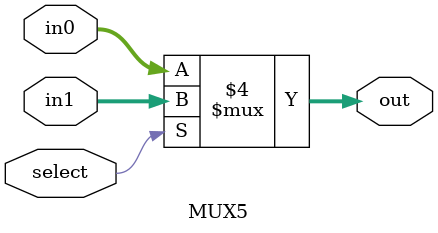
<source format=v>
`timescale 1ns / 1ps
module MUX5(select, in0, in1, out);
    // This is a 5 bit mux for selecting WriteRegister
    // If select == 0, choose in0; otherwise choose in1
    input select;
    input [4:0]in0, in1;
    output [4:0]out;
    reg [4:0]out;

    always @ (*)  begin
        if (select == 1'b0)    out <= in0;
        else    out <= in1; 
    end
endmodule
</source>
